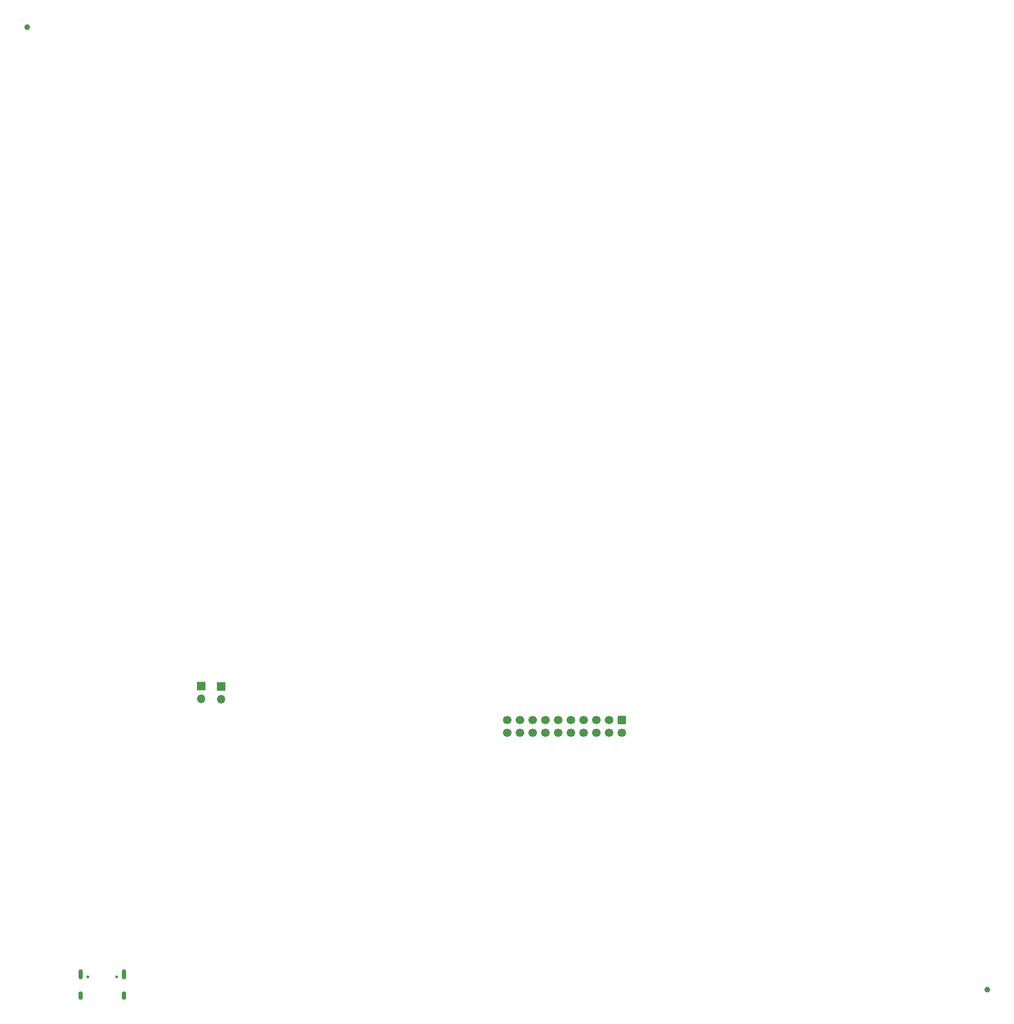
<source format=gbr>
%TF.GenerationSoftware,KiCad,Pcbnew,(6.0.9-0)*%
%TF.CreationDate,2022-12-31T14:30:25+01:00*%
%TF.ProjectId,tomclock,746f6d63-6c6f-4636-9b2e-6b696361645f,rev?*%
%TF.SameCoordinates,Original*%
%TF.FileFunction,Soldermask,Bot*%
%TF.FilePolarity,Negative*%
%FSLAX46Y46*%
G04 Gerber Fmt 4.6, Leading zero omitted, Abs format (unit mm)*
G04 Created by KiCad (PCBNEW (6.0.9-0)) date 2022-12-31 14:30:25*
%MOMM*%
%LPD*%
G01*
G04 APERTURE LIST*
G04 Aperture macros list*
%AMRoundRect*
0 Rectangle with rounded corners*
0 $1 Rounding radius*
0 $2 $3 $4 $5 $6 $7 $8 $9 X,Y pos of 4 corners*
0 Add a 4 corners polygon primitive as box body*
4,1,4,$2,$3,$4,$5,$6,$7,$8,$9,$2,$3,0*
0 Add four circle primitives for the rounded corners*
1,1,$1+$1,$2,$3*
1,1,$1+$1,$4,$5*
1,1,$1+$1,$6,$7*
1,1,$1+$1,$8,$9*
0 Add four rect primitives between the rounded corners*
20,1,$1+$1,$2,$3,$4,$5,0*
20,1,$1+$1,$4,$5,$6,$7,0*
20,1,$1+$1,$6,$7,$8,$9,0*
20,1,$1+$1,$8,$9,$2,$3,0*%
G04 Aperture macros list end*
%ADD10C,1.152000*%
%ADD11R,1.700000X1.700000*%
%ADD12O,1.700000X1.700000*%
%ADD13C,0.600000*%
%ADD14O,0.900000X1.700000*%
%ADD15O,0.900000X2.000000*%
%ADD16RoundRect,0.250000X-0.600000X0.600000X-0.600000X-0.600000X0.600000X-0.600000X0.600000X0.600000X0*%
%ADD17C,1.700000*%
G04 APERTURE END LIST*
D10*
%TO.C,H2*%
X216000000Y-209000000D03*
%TD*%
D11*
%TO.C,J1*%
X59250000Y-148475000D03*
D12*
X59250000Y-151015000D03*
%TD*%
D10*
%TO.C,H1*%
X24500000Y-17000000D03*
%TD*%
D13*
%TO.C,J2*%
X42390000Y-206425000D03*
X36610000Y-206425000D03*
D14*
X35180000Y-210115000D03*
X43820000Y-210115000D03*
D15*
X43820000Y-205945000D03*
X35180000Y-205945000D03*
%TD*%
D16*
%TO.C,J4*%
X143180000Y-155247500D03*
D17*
X143180000Y-157787500D03*
X140640000Y-155247500D03*
X140640000Y-157787500D03*
X138100000Y-155247500D03*
X138100000Y-157787500D03*
X135560000Y-155247500D03*
X135560000Y-157787500D03*
X133020000Y-155247500D03*
X133020000Y-157787500D03*
X130480000Y-155247500D03*
X130480000Y-157787500D03*
X127940000Y-155247500D03*
X127940000Y-157787500D03*
X125400000Y-155247500D03*
X125400000Y-157787500D03*
X122860000Y-155247500D03*
X122860000Y-157787500D03*
X120320000Y-155247500D03*
X120320000Y-157787500D03*
%TD*%
D11*
%TO.C,J3*%
X63250000Y-148500000D03*
D12*
X63250000Y-151040000D03*
%TD*%
M02*

</source>
